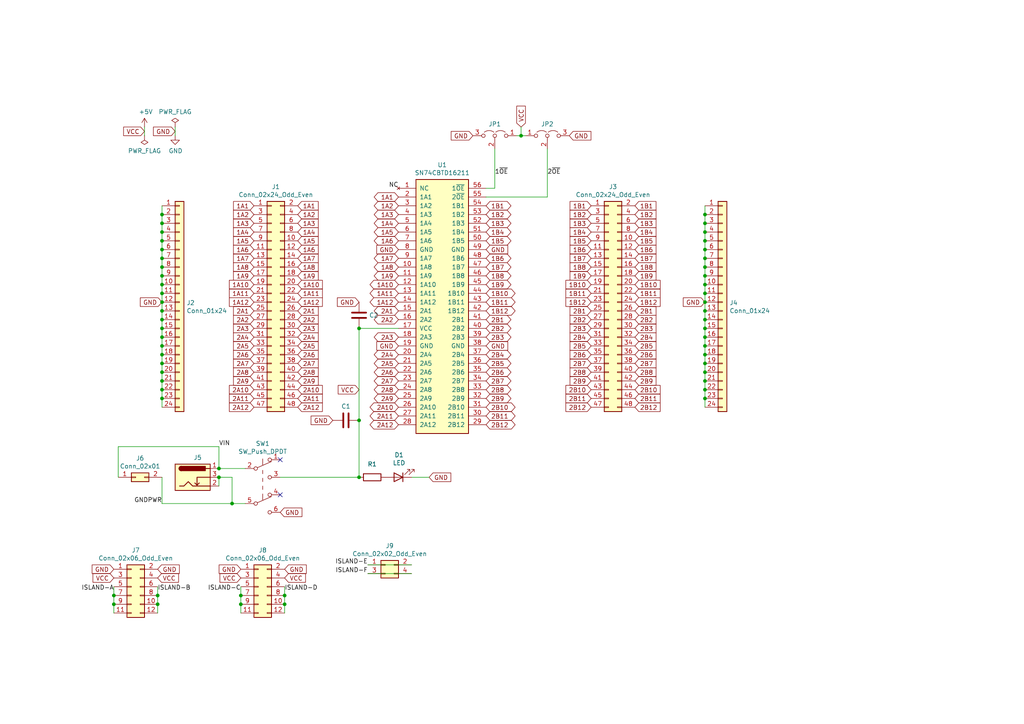
<source format=kicad_sch>
(kicad_sch (version 20230121) (generator eeschema)
  (paper "A4")
  (lib_symbols
    (symbol "Connector:Barrel_Jack_Switch" (pin_names hide)
      (property "Reference" "J" (at 0 5.334 0))
      (property "Value" "Barrel_Jack_Switch" (at 0 -5.08 0))
      (symbol "Barrel_Jack_Switch_1_1"
        (pin passive line (at 7.62 2.54 180) (length 2.54) (name "~") (number "1"))
        (pin passive line (at 7.62 -2.54 180) (length 2.54) (name "~") (number "2"))
        (pin passive line (at 7.62 0 180) (length 2.54) (name "~") (number "3"))
      )
    )
    (symbol "Connector_Generic:Conn_01x24" (pin_names (offset 1.016) hide)
      (property "Reference" "J" (at 0 30.48 0))
      (property "Value" "Conn_01x24" (at 0 -33.02 0))
      (symbol "Conn_01x24_1_1"
        (pin passive line (at -5.08 27.94 0) (length 3.81) (name "Pin_1") (number "1"))
        (pin passive line (at -5.08 5.08 0) (length 3.81) (name "Pin_10") (number "10"))
        (pin passive line (at -5.08 2.54 0) (length 3.81) (name "Pin_11") (number "11"))
        (pin passive line (at -5.08 0 0) (length 3.81) (name "Pin_12") (number "12"))
        (pin passive line (at -5.08 -2.54 0) (length 3.81) (name "Pin_13") (number "13"))
        (pin passive line (at -5.08 -5.08 0) (length 3.81) (name "Pin_14") (number "14"))
        (pin passive line (at -5.08 -7.62 0) (length 3.81) (name "Pin_15") (number "15"))
        (pin passive line (at -5.08 -10.16 0) (length 3.81) (name "Pin_16") (number "16"))
        (pin passive line (at -5.08 -12.7 0) (length 3.81) (name "Pin_17") (number "17"))
        (pin passive line (at -5.08 -15.24 0) (length 3.81) (name "Pin_18") (number "18"))
        (pin passive line (at -5.08 -17.78 0) (length 3.81) (name "Pin_19") (number "19"))
        (pin passive line (at -5.08 25.4 0) (length 3.81) (name "Pin_2") (number "2"))
        (pin passive line (at -5.08 -20.32 0) (length 3.81) (name "Pin_20") (number "20"))
        (pin passive line (at -5.08 -22.86 0) (length 3.81) (name "Pin_21") (number "21"))
        (pin passive line (at -5.08 -25.4 0) (length 3.81) (name "Pin_22") (number "22"))
        (pin passive line (at -5.08 -27.94 0) (length 3.81) (name "Pin_23") (number "23"))
        (pin passive line (at -5.08 -30.48 0) (length 3.81) (name "Pin_24") (number "24"))
        (pin passive line (at -5.08 22.86 0) (length 3.81) (name "Pin_3") (number "3"))
        (pin passive line (at -5.08 20.32 0) (length 3.81) (name "Pin_4") (number "4"))
        (pin passive line (at -5.08 17.78 0) (length 3.81) (name "Pin_5") (number "5"))
        (pin passive line (at -5.08 15.24 0) (length 3.81) (name "Pin_6") (number "6"))
        (pin passive line (at -5.08 12.7 0) (length 3.81) (name "Pin_7") (number "7"))
        (pin passive line (at -5.08 10.16 0) (length 3.81) (name "Pin_8") (number "8"))
        (pin passive line (at -5.08 7.62 0) (length 3.81) (name "Pin_9") (number "9"))
      )
    )
    (symbol "Connector_Generic:Conn_02x01" (pin_names (offset 1.016) hide)
      (property "Reference" "J" (at 1.27 2.54 0))
      (property "Value" "Conn_02x01" (at 1.27 -2.54 0))
      (symbol "Conn_02x01_1_1"
        (pin passive line (at -5.08 0 0) (length 3.81) (name "Pin_1") (number "1"))
        (pin passive line (at 7.62 0 180) (length 3.81) (name "Pin_2") (number "2"))
      )
    )
    (symbol "Connector_Generic:Conn_02x02_Odd_Even" (pin_names (offset 1.016) hide)
      (property "Reference" "J" (at 1.27 2.54 0))
      (property "Value" "Conn_02x02_Odd_Even" (at 1.27 -5.08 0))
      (symbol "Conn_02x02_Odd_Even_1_1"
        (pin passive line (at -5.08 0 0) (length 3.81) (name "Pin_1") (number "1"))
        (pin passive line (at 7.62 0 180) (length 3.81) (name "Pin_2") (number "2"))
        (pin passive line (at -5.08 -2.54 0) (length 3.81) (name "Pin_3") (number "3"))
        (pin passive line (at 7.62 -2.54 180) (length 3.81) (name "Pin_4") (number "4"))
      )
    )
    (symbol "Connector_Generic:Conn_02x06_Odd_Even" (pin_names (offset 1.016) hide)
      (property "Reference" "J" (at 1.27 7.62 0))
      (property "Value" "Conn_02x06_Odd_Even" (at 1.27 -10.16 0))
      (symbol "Conn_02x06_Odd_Even_1_1"
        (pin passive line (at -5.08 5.08 0) (length 3.81) (name "Pin_1") (number "1"))
        (pin passive line (at 7.62 -5.08 180) (length 3.81) (name "Pin_10") (number "10"))
        (pin passive line (at -5.08 -7.62 0) (length 3.81) (name "Pin_11") (number "11"))
        (pin passive line (at 7.62 -7.62 180) (length 3.81) (name "Pin_12") (number "12"))
        (pin passive line (at 7.62 5.08 180) (length 3.81) (name "Pin_2") (number "2"))
        (pin passive line (at -5.08 2.54 0) (length 3.81) (name "Pin_3") (number "3"))
        (pin passive line (at 7.62 2.54 180) (length 3.81) (name "Pin_4") (number "4"))
        (pin passive line (at -5.08 0 0) (length 3.81) (name "Pin_5") (number "5"))
        (pin passive line (at 7.62 0 180) (length 3.81) (name "Pin_6") (number "6"))
        (pin passive line (at -5.08 -2.54 0) (length 3.81) (name "Pin_7") (number "7"))
        (pin passive line (at 7.62 -2.54 180) (length 3.81) (name "Pin_8") (number "8"))
        (pin passive line (at -5.08 -5.08 0) (length 3.81) (name "Pin_9") (number "9"))
      )
    )
    (symbol "Connector_Generic:Conn_02x24_Odd_Even" (pin_names (offset 1.016) hide)
      (property "Reference" "J" (at 1.27 30.48 0))
      (property "Value" "Conn_02x24_Odd_Even" (at 1.27 -33.02 0))
      (symbol "Conn_02x24_Odd_Even_1_1"
        (pin passive line (at -5.08 27.94 0) (length 3.81) (name "Pin_1") (number "1"))
        (pin passive line (at 7.62 17.78 180) (length 3.81) (name "Pin_10") (number "10"))
        (pin passive line (at -5.08 15.24 0) (length 3.81) (name "Pin_11") (number "11"))
        (pin passive line (at 7.62 15.24 180) (length 3.81) (name "Pin_12") (number "12"))
        (pin passive line (at -5.08 12.7 0) (length 3.81) (name "Pin_13") (number "13"))
        (pin passive line (at 7.62 12.7 180) (length 3.81) (name "Pin_14") (number "14"))
        (pin passive line (at -5.08 10.16 0) (length 3.81) (name "Pin_15") (number "15"))
        (pin passive line (at 7.62 10.16 180) (length 3.81) (name "Pin_16") (number "16"))
        (pin passive line (at -5.08 7.62 0) (length 3.81) (name "Pin_17") (number "17"))
        (pin passive line (at 7.62 7.62 180) (length 3.81) (name "Pin_18") (number "18"))
        (pin passive line (at -5.08 5.08 0) (length 3.81) (name "Pin_19") (number "19"))
        (pin passive line (at 7.62 27.94 180) (length 3.81) (name "Pin_2") (number "2"))
        (pin passive line (at 7.62 5.08 180) (length 3.81) (name "Pin_20") (number "20"))
        (pin passive line (at -5.08 2.54 0) (length 3.81) (name "Pin_21") (number "21"))
        (pin passive line (at 7.62 2.54 180) (length 3.81) (name "Pin_22") (number "22"))
        (pin passive line (at -5.08 0 0) (length 3.81) (name "Pin_23") (number "23"))
        (pin passive line (at 7.62 0 180) (length 3.81) (name "Pin_24") (number "24"))
        (pin passive line (at -5.08 -2.54 0) (length 3.81) (name "Pin_25") (number "25"))
        (pin passive line (at 7.62 -2.54 180) (length 3.81) (name "Pin_26") (number "26"))
        (pin passive line (at -5.08 -5.08 0) (length 3.81) (name "Pin_27") (number "27"))
        (pin passive line (at 7.62 -5.08 180) (length 3.81) (name "Pin_28") (number "28"))
        (pin passive line (at -5.08 -7.62 0) (length 3.81) (name "Pin_29") (number "29"))
        (pin passive line (at -5.08 25.4 0) (length 3.81) (name "Pin_3") (number "3"))
        (pin passive line (at 7.62 -7.62 180) (length 3.81) (name "Pin_30") (number "30"))
        (pin passive line (at -5.08 -10.16 0) (length 3.81) (name "Pin_31") (number "31"))
        (pin passive line (at 7.62 -10.16 180) (length 3.81) (name "Pin_32") (number "32"))
        (pin passive line (at -5.08 -12.7 0) (length 3.81) (name "Pin_33") (number "33"))
        (pin passive line (at 7.62 -12.7 180) (length 3.81) (name "Pin_34") (number "34"))
        (pin passive line (at -5.08 -15.24 0) (length 3.81) (name "Pin_35") (number "35"))
        (pin passive line (at 7.62 -15.24 180) (length 3.81) (name "Pin_36") (number "36"))
        (pin passive line (at -5.08 -17.78 0) (length 3.81) (name "Pin_37") (number "37"))
        (pin passive line (at 7.62 -17.78 180) (length 3.81) (name "Pin_38") (number "38"))
        (pin passive line (at -5.08 -20.32 0) (length 3.81) (name "Pin_39") (number "39"))
        (pin passive line (at 7.62 25.4 180) (length 3.81) (name "Pin_4") (number "4"))
        (pin passive line (at 7.62 -20.32 180) (length 3.81) (name "Pin_40") (number "40"))
        (pin passive line (at -5.08 -22.86 0) (length 3.81) (name "Pin_41") (number "41"))
        (pin passive line (at 7.62 -22.86 180) (length 3.81) (name "Pin_42") (number "42"))
        (pin passive line (at -5.08 -25.4 0) (length 3.81) (name "Pin_43") (number "43"))
        (pin passive line (at 7.62 -25.4 180) (length 3.81) (name "Pin_44") (number "44"))
        (pin passive line (at -5.08 -27.94 0) (length 3.81) (name "Pin_45") (number "45"))
        (pin passive line (at 7.62 -27.94 180) (length 3.81) (name "Pin_46") (number "46"))
        (pin passive line (at -5.08 -30.48 0) (length 3.81) (name "Pin_47") (number "47"))
        (pin passive line (at 7.62 -30.48 180) (length 3.81) (name "Pin_48") (number "48"))
        (pin passive line (at -5.08 22.86 0) (length 3.81) (name "Pin_5") (number "5"))
        (pin passive line (at 7.62 22.86 180) (length 3.81) (name "Pin_6") (number "6"))
        (pin passive line (at -5.08 20.32 0) (length 3.81) (name "Pin_7") (number "7"))
        (pin passive line (at 7.62 20.32 180) (length 3.81) (name "Pin_8") (number "8"))
        (pin passive line (at -5.08 17.78 0) (length 3.81) (name "Pin_9") (number "9"))
      )
    )
    (symbol "Device:C" (pin_numbers hide) (pin_names (offset 0.254))
      (property "Reference" "C" (at 0.635 2.54 0))
      (property "Value" "C" (at 0.635 -2.54 0))
      (symbol "C_1_1"
        (pin passive line (at 0 3.81 270) (length 2.794) (name "~") (number "1"))
        (pin passive line (at 0 -3.81 90) (length 2.794) (name "~") (number "2"))
      )
    )
    (symbol "Device:LED" (pin_numbers hide) (pin_names (offset 1.016) hide)
      (property "Reference" "D" (at 0 2.54 0))
      (property "Value" "LED" (at 0 -2.54 0))
      (symbol "LED_1_1"
        (pin passive line (at -3.81 0 0) (length 2.54) (name "K") (number "1"))
        (pin passive line (at 3.81 0 180) (length 2.54) (name "A") (number "2"))
      )
    )
    (symbol "Device:R" (pin_numbers hide) (pin_names (offset 0))
      (property "Reference" "R" (at 2.032 0 90))
      (property "Value" "R" (at 0 0 90))
      (symbol "R_1_1"
        (pin passive line (at 0 3.81 270) (length 1.27) (name "~") (number "1"))
        (pin passive line (at 0 -3.81 90) (length 1.27) (name "~") (number "2"))
      )
    )
    (symbol "Jumper:Jumper_3_Open" (pin_names (offset 0) hide)
      (property "Reference" "JP" (at -2.54 -2.54 0))
      (property "Value" "Jumper_3_Open" (at 0 2.794 0))
      (symbol "Jumper_3_Open_1_1"
        (pin passive line (at -6.35 0 0) (length 2.54) (name "A") (number "1"))
        (pin passive line (at 0 -3.81 90) (length 2.54) (name "C") (number "2"))
        (pin passive line (at 6.35 0 180) (length 2.54) (name "B") (number "3"))
      )
    )
    (symbol "LLCB:SN74CBTD16211" (pin_names (offset 1.016))
      (property "Reference" "U" (at 0 20.32 0))
      (property "Value" "SN74CBTD16211" (at 0 -40.64 0))
      (symbol "SN74CBTD16211_1_0"
        (pin no_connect line (at -12.7 33.02 0) (length 5.08) (name "NC") (number "1"))
        (pin bidirectional line (at -12.7 10.16 0) (length 5.08) (name "1A8") (number "10"))
        (pin bidirectional line (at -12.7 7.62 0) (length 5.08) (name "1A9") (number "11"))
        (pin power_in line (at -12.7 -7.62 0) (length 5.08) (name "VCC") (number "17"))
        (pin bidirectional line (at -12.7 30.48 0) (length 5.08) (name "1A1") (number "2"))
        (pin bidirectional line (at -12.7 27.94 0) (length 5.08) (name "1A2") (number "3"))
        (pin bidirectional line (at -12.7 25.4 0) (length 5.08) (name "1A3") (number "4"))
        (pin bidirectional line (at 12.7 2.54 180) (length 5.08) (name "1B10") (number "44"))
        (pin bidirectional line (at 12.7 5.08 180) (length 5.08) (name "1B9") (number "45"))
        (pin bidirectional line (at 12.7 7.62 180) (length 5.08) (name "1B8") (number "46"))
        (pin bidirectional line (at 12.7 10.16 180) (length 5.08) (name "1B7") (number "47"))
        (pin bidirectional line (at 12.7 12.7 180) (length 5.08) (name "1B6") (number "48"))
        (pin bidirectional line (at -12.7 22.86 0) (length 5.08) (name "1A4") (number "5"))
        (pin bidirectional line (at 12.7 17.78 180) (length 5.08) (name "1B5") (number "50"))
        (pin bidirectional line (at 12.7 20.32 180) (length 5.08) (name "1B4") (number "51"))
        (pin bidirectional line (at 12.7 22.86 180) (length 5.08) (name "1B3") (number "52"))
        (pin bidirectional line (at 12.7 25.4 180) (length 5.08) (name "1B2") (number "53"))
        (pin bidirectional line (at 12.7 27.94 180) (length 5.08) (name "1B1") (number "54"))
        (pin input line (at 12.7 33.02 180) (length 5.08) (name "1~{OE}") (number "56"))
        (pin bidirectional line (at -12.7 20.32 0) (length 5.08) (name "1A5") (number "6"))
        (pin bidirectional line (at -12.7 17.78 0) (length 5.08) (name "1A6") (number "7"))
        (pin power_in line (at -12.7 15.24 0) (length 5.08) (name "GND") (number "8"))
        (pin bidirectional line (at -12.7 12.7 0) (length 5.08) (name "1A7") (number "9"))
      )
      (symbol "SN74CBTD16211_1_1"
        (pin bidirectional line (at -12.7 5.08 0) (length 5.08) (name "1A10") (number "12"))
        (pin bidirectional line (at -12.7 2.54 0) (length 5.08) (name "1A11") (number "13"))
        (pin bidirectional line (at -12.7 0 0) (length 5.08) (name "1A12") (number "14"))
        (pin bidirectional line (at -12.7 -2.54 0) (length 5.08) (name "2A1") (number "15"))
        (pin bidirectional line (at -12.7 -5.08 0) (length 5.08) (name "2A2") (number "16"))
        (pin bidirectional line (at -12.7 -10.16 0) (length 5.08) (name "2A3") (number "18"))
        (pin power_in line (at -12.7 -12.7 0) (length 5.08) (name "GND") (number "19"))
        (pin bidirectional line (at -12.7 -15.24 0) (length 5.08) (name "2A4") (number "20"))
        (pin bidirectional line (at -12.7 -17.78 0) (length 5.08) (name "2A5") (number "21"))
        (pin bidirectional line (at -12.7 -20.32 0) (length 5.08) (name "2A6") (number "22"))
        (pin bidirectional line (at -12.7 -22.86 0) (length 5.08) (name "2A7") (number "23"))
        (pin bidirectional line (at -12.7 -25.4 0) (length 5.08) (name "2A8") (number "24"))
        (pin bidirectional line (at -12.7 -27.94 0) (length 5.08) (name "2A9") (number "25"))
        (pin bidirectional line (at -12.7 -30.48 0) (length 5.08) (name "2A10") (number "26"))
        (pin bidirectional line (at -12.7 -33.02 0) (length 5.08) (name "2A11") (number "27"))
        (pin bidirectional line (at -12.7 -35.56 0) (length 5.08) (name "2A12") (number "28"))
        (pin bidirectional line (at 12.7 -35.56 180) (length 5.08) (name "2B12") (number "29"))
        (pin bidirectional line (at 12.7 -33.02 180) (length 5.08) (name "2B11") (number "30"))
        (pin bidirectional line (at 12.7 -30.48 180) (length 5.08) (name "2B10") (number "31"))
        (pin bidirectional line (at 12.7 -27.94 180) (length 5.08) (name "2B9") (number "32"))
        (pin bidirectional line (at 12.7 -25.4 180) (length 5.08) (name "2B8") (number "33"))
        (pin bidirectional line (at 12.7 -22.86 180) (length 5.08) (name "2B7") (number "34"))
        (pin bidirectional line (at 12.7 -20.32 180) (length 5.08) (name "2B6") (number "35"))
        (pin bidirectional line (at 12.7 -17.78 180) (length 5.08) (name "2B5") (number "36"))
        (pin bidirectional line (at 12.7 -15.24 180) (length 5.08) (name "2B4") (number "37"))
        (pin power_in line (at 12.7 -12.7 180) (length 5.08) (name "GND") (number "38"))
        (pin bidirectional line (at 12.7 -10.16 180) (length 5.08) (name "2B3") (number "39"))
        (pin bidirectional line (at 12.7 -7.62 180) (length 5.08) (name "2B2") (number "40"))
        (pin bidirectional line (at 12.7 -5.08 180) (length 5.08) (name "2B1") (number "41"))
        (pin bidirectional line (at 12.7 -2.54 180) (length 5.08) (name "1B12") (number "42"))
        (pin bidirectional line (at 12.7 0 180) (length 5.08) (name "1B11") (number "43"))
        (pin power_in line (at 12.7 15.24 180) (length 5.08) (name "GND") (number "49"))
        (pin input line (at 12.7 30.48 180) (length 5.08) (name "2~{OE}") (number "55"))
      )
    )
    (symbol "Switch:SW_Push_DPDT" (pin_names (offset 0) hide)
      (property "Reference" "SW" (at 0 8.89 0))
      (property "Value" "SW_Push_DPDT" (at 0 -10.16 0))
      (symbol "SW_Push_DPDT_1_1"
        (pin passive line (at 5.08 7.62 180) (length 2.54) (name "A") (number "1"))
        (pin passive line (at -5.08 5.08 0) (length 2.54) (name "B") (number "2"))
        (pin passive line (at 5.08 2.54 180) (length 2.54) (name "C") (number "3"))
        (pin passive line (at 5.08 -2.54 180) (length 2.54) (name "A") (number "4"))
        (pin passive line (at -5.08 -5.08 0) (length 2.54) (name "B") (number "5"))
        (pin passive line (at 5.08 -7.62 180) (length 2.54) (name "C") (number "6"))
      )
    )
    (symbol "power:+5V" (power) (pin_names (offset 0))
      (property "Value" "+5V" (at 0 3.556 0))
      (symbol "+5V_1_1"
        (pin power_in line (at 0 0 90) (length 0) hide (name "+5V") (number "1"))
      )
    )
    (symbol "power:GND" (power) (pin_names (offset 0))
      (property "Value" "GND" (at 0 -3.81 0))
      (symbol "GND_1_1"
        (pin power_in line (at 0 0 270) (length 0) hide (name "GND") (number "1"))
      )
    )
    (symbol "power:PWR_FLAG" (power) (pin_numbers hide) (pin_names (offset 0) hide)
      (property "Value" "PWR_FLAG" (at 0 3.81 0))
      (symbol "PWR_FLAG_0_0"
        (pin power_out line (at 0 0 90) (length 0) (name "pwr") (number "1"))
      )
    )
  )
  (junction (at 63.5 135.89))
  (junction (at 204.47 72.39))
  (junction (at 46.99 102.87))
  (junction (at 46.99 113.03))
  (junction (at 204.47 64.77))
  (junction (at 46.99 110.49))
  (junction (at 151.13 39.37))
  (junction (at 104.14 95.25))
  (junction (at 204.47 82.55))
  (junction (at 204.47 87.63))
  (junction (at 204.47 97.79))
  (junction (at 46.99 90.17))
  (junction (at 46.99 82.55))
  (junction (at 45.72 175.26))
  (junction (at 104.14 138.43))
  (junction (at 67.31 146.05))
  (junction (at 204.47 69.85))
  (junction (at 204.47 74.93))
  (junction (at 46.99 64.77))
  (junction (at 46.99 92.71))
  (junction (at 204.47 95.25))
  (junction (at 33.02 172.72))
  (junction (at 82.55 175.26))
  (junction (at 204.47 110.49))
  (junction (at 46.99 105.41))
  (junction (at 204.47 80.01))
  (junction (at 104.14 121.92))
  (junction (at 46.99 77.47))
  (junction (at 46.99 95.25))
  (junction (at 46.99 115.57))
  (junction (at 204.47 113.03))
  (junction (at 204.47 62.23))
  (junction (at 33.02 175.26))
  (junction (at 46.99 80.01))
  (junction (at 46.99 74.93))
  (junction (at 204.47 107.95))
  (junction (at 204.47 105.41))
  (junction (at 46.99 97.79))
  (junction (at 69.85 172.72))
  (junction (at 204.47 67.31))
  (junction (at 204.47 100.33))
  (junction (at 45.72 172.72))
  (junction (at 46.99 85.09))
  (junction (at 46.99 69.85))
  (junction (at 46.99 100.33))
  (junction (at 204.47 92.71))
  (junction (at 46.99 87.63))
  (junction (at 63.5 138.43))
  (junction (at 204.47 77.47))
  (junction (at 204.47 85.09))
  (junction (at 46.99 67.31))
  (junction (at 46.99 107.95))
  (junction (at 204.47 115.57))
  (junction (at 204.47 102.87))
  (junction (at 82.55 172.72))
  (junction (at 46.99 72.39))
  (junction (at 69.85 175.26))
  (junction (at 46.99 62.23))
  (junction (at 204.47 90.17))
  (no_connect (at 81.28 143.51))
  (no_connect (at 81.28 133.35))
  (wire (pts (xy 104.14 121.92) (xy 104.14 95.25)))
  (wire (pts (xy 46.99 85.09) (xy 46.99 87.63)))
  (wire (pts (xy 204.47 95.25) (xy 204.47 97.79)))
  (wire (pts (xy 34.29 129.54) (xy 63.5 129.54)))
  (wire (pts (xy 46.99 59.69) (xy 46.99 62.23)))
  (wire (pts (xy 204.47 87.63) (xy 204.47 90.17)))
  (wire (pts (xy 46.99 115.57) (xy 46.99 118.11)))
  (wire (pts (xy 67.31 146.05) (xy 71.12 146.05)))
  (wire (pts (xy 46.99 72.39) (xy 46.99 74.93)))
  (wire (pts (xy 46.99 102.87) (xy 46.99 105.41)))
  (wire (pts (xy 46.99 90.17) (xy 46.99 92.71)))
  (wire (pts (xy 46.99 69.85) (xy 46.99 72.39)))
  (wire (pts (xy 140.97 57.15) (xy 158.75 57.15)))
  (wire (pts (xy 46.99 97.79) (xy 46.99 100.33)))
  (wire (pts (xy 204.47 72.39) (xy 204.47 74.93)))
  (wire (pts (xy 41.91 39.37) (xy 41.91 36.83)))
  (wire (pts (xy 63.5 135.89) (xy 71.12 135.89)))
  (wire (pts (xy 46.99 62.23) (xy 46.99 64.77)))
  (wire (pts (xy 46.99 82.55) (xy 46.99 85.09)))
  (wire (pts (xy 46.99 64.77) (xy 46.99 67.31)))
  (wire (pts (xy 46.99 87.63) (xy 46.99 90.17)))
  (wire (pts (xy 82.55 170.18) (xy 82.55 172.72)))
  (wire (pts (xy 204.47 105.41) (xy 204.47 107.95)))
  (wire (pts (xy 104.14 95.25) (xy 115.57 95.25)))
  (wire (pts (xy 63.5 129.54) (xy 63.5 135.89)))
  (wire (pts (xy 143.51 54.61) (xy 140.97 54.61)))
  (wire (pts (xy 46.99 77.47) (xy 46.99 80.01)))
  (wire (pts (xy 46.99 138.43) (xy 46.99 146.05)))
  (wire (pts (xy 69.85 175.26) (xy 69.85 177.8)))
  (wire (pts (xy 119.38 138.43) (xy 124.46 138.43)))
  (wire (pts (xy 106.68 166.37) (xy 119.38 166.37)))
  (wire (pts (xy 204.47 59.69) (xy 204.47 62.23)))
  (wire (pts (xy 46.99 107.95) (xy 46.99 110.49)))
  (wire (pts (xy 204.47 110.49) (xy 204.47 113.03)))
  (wire (pts (xy 104.14 121.92) (xy 104.14 138.43)))
  (wire (pts (xy 204.47 102.87) (xy 204.47 105.41)))
  (wire (pts (xy 67.31 138.43) (xy 67.31 146.05)))
  (wire (pts (xy 82.55 175.26) (xy 82.55 177.8)))
  (wire (pts (xy 204.47 77.47) (xy 204.47 80.01)))
  (wire (pts (xy 204.47 67.31) (xy 204.47 69.85)))
  (wire (pts (xy 63.5 138.43) (xy 67.31 138.43)))
  (wire (pts (xy 46.99 146.05) (xy 67.31 146.05)))
  (wire (pts (xy 204.47 62.23) (xy 204.47 64.77)))
  (wire (pts (xy 46.99 67.31) (xy 46.99 69.85)))
  (wire (pts (xy 204.47 100.33) (xy 204.47 102.87)))
  (wire (pts (xy 204.47 113.03) (xy 204.47 115.57)))
  (wire (pts (xy 34.29 138.43) (xy 34.29 129.54)))
  (wire (pts (xy 45.72 170.18) (xy 45.72 172.72)))
  (wire (pts (xy 33.02 175.26) (xy 33.02 172.72)))
  (wire (pts (xy 33.02 170.18) (xy 33.02 172.72)))
  (wire (pts (xy 204.47 69.85) (xy 204.47 72.39)))
  (wire (pts (xy 46.99 105.41) (xy 46.99 107.95)))
  (wire (pts (xy 204.47 80.01) (xy 204.47 82.55)))
  (wire (pts (xy 33.02 177.8) (xy 33.02 175.26)))
  (wire (pts (xy 82.55 172.72) (xy 82.55 175.26)))
  (wire (pts (xy 46.99 95.25) (xy 46.99 97.79)))
  (wire (pts (xy 69.85 172.72) (xy 69.85 175.26)))
  (wire (pts (xy 158.75 57.15) (xy 158.75 43.18)))
  (wire (pts (xy 204.47 90.17) (xy 204.47 92.71)))
  (wire (pts (xy 143.51 43.18) (xy 143.51 54.61)))
  (wire (pts (xy 46.99 92.71) (xy 46.99 95.25)))
  (wire (pts (xy 204.47 115.57) (xy 204.47 118.11)))
  (wire (pts (xy 106.68 163.83) (xy 119.38 163.83)))
  (wire (pts (xy 46.99 74.93) (xy 46.99 77.47)))
  (wire (pts (xy 46.99 80.01) (xy 46.99 82.55)))
  (wire (pts (xy 69.85 170.18) (xy 69.85 172.72)))
  (wire (pts (xy 46.99 113.03) (xy 46.99 115.57)))
  (wire (pts (xy 46.99 100.33) (xy 46.99 102.87)))
  (wire (pts (xy 204.47 92.71) (xy 204.47 95.25)))
  (wire (pts (xy 204.47 82.55) (xy 204.47 85.09)))
  (wire (pts (xy 204.47 74.93) (xy 204.47 77.47)))
  (wire (pts (xy 204.47 97.79) (xy 204.47 100.33)))
  (wire (pts (xy 50.8 36.83) (xy 50.8 39.37)))
  (wire (pts (xy 45.72 175.26) (xy 45.72 172.72)))
  (wire (pts (xy 204.47 85.09) (xy 204.47 87.63)))
  (wire (pts (xy 204.47 64.77) (xy 204.47 67.31)))
  (wire (pts (xy 45.72 177.8) (xy 45.72 175.26)))
  (wire (pts (xy 46.99 110.49) (xy 46.99 113.03)))
  (wire (pts (xy 104.14 138.43) (xy 81.28 138.43)))
  (wire (pts (xy 151.13 39.37) (xy 152.4 39.37)))
  (wire (pts (xy 204.47 107.95) (xy 204.47 110.49)))
  (wire (pts (xy 63.5 138.43) (xy 63.5 140.97)))
  (wire (pts (xy 151.13 36.83) (xy 151.13 39.37)))
  (wire (pts (xy 149.86 39.37) (xy 151.13 39.37)))
  (label "NC" (at 115.57 54.61 180))
  (label "VIN" (at 63.5 129.54 0))
  (label "ISLAND-A" (at 33.02 171.45 180))
  (label "2~{OE}" (at 158.75 50.8 0))
  (label "1~{OE}" (at 143.51 50.8 0))
  (label "ISLAND-E" (at 106.68 163.83 180))
  (label "ISLAND-C" (at 69.85 171.45 180))
  (label "GNDPWR" (at 46.99 146.05 180))
  (label "ISLAND-D" (at 82.55 171.45 0))
  (label "ISLAND-B" (at 45.72 171.45 0))
  (label "ISLAND-F" (at 106.68 166.37 180))
  (global_label "GND" (shape input) (at 115.57 100.33 180) (property "Intersheetrefs" "${INTERSHEET_REFS}" (effects hide)))
  (global_label "2B9" (shape input) (at 171.45 110.49 180) (property "Intersheetrefs" "${INTERSHEET_REFS}" (effects hide)))
  (global_label "1A12" (shape input) (at 86.36 87.63 0) (property "Intersheetrefs" "${INTERSHEET_REFS}" (effects hide)))
  (global_label "1A5" (shape bidirectional) (at 115.57 67.31 180) (property "Intersheetrefs" "${INTERSHEET_REFS}" (effects hide)))
  (global_label "1A10" (shape input) (at 73.66 82.55 180) (property "Intersheetrefs" "${INTERSHEET_REFS}" (effects hide)))
  (global_label "2A10" (shape bidirectional) (at 115.57 118.11 180) (property "Intersheetrefs" "${INTERSHEET_REFS}" (effects hide)))
  (global_label "1A5" (shape input) (at 86.36 69.85 0) (property "Intersheetrefs" "${INTERSHEET_REFS}" (effects hide)))
  (global_label "VCC" (shape input) (at 82.55 167.64 0) (property "Intersheetrefs" "${INTERSHEET_REFS}" (effects hide)))
  (global_label "1A8" (shape input) (at 86.36 77.47 0) (property "Intersheetrefs" "${INTERSHEET_REFS}" (effects hide)))
  (global_label "GND" (shape input) (at 82.55 165.1 0) (property "Intersheetrefs" "${INTERSHEET_REFS}" (effects hide)))
  (global_label "2B4" (shape bidirectional) (at 140.97 102.87 0) (property "Intersheetrefs" "${INTERSHEET_REFS}" (effects hide)))
  (global_label "1B5" (shape input) (at 171.45 69.85 180) (property "Intersheetrefs" "${INTERSHEET_REFS}" (effects hide)))
  (global_label "2B2" (shape input) (at 184.15 92.71 0) (property "Intersheetrefs" "${INTERSHEET_REFS}" (effects hide)))
  (global_label "2A2" (shape bidirectional) (at 115.57 92.71 180) (property "Intersheetrefs" "${INTERSHEET_REFS}" (effects hide)))
  (global_label "1B9" (shape input) (at 171.45 80.01 180) (property "Intersheetrefs" "${INTERSHEET_REFS}" (effects hide)))
  (global_label "1B3" (shape bidirectional) (at 140.97 64.77 0) (property "Intersheetrefs" "${INTERSHEET_REFS}" (effects hide)))
  (global_label "GND" (shape input) (at 165.1 39.37 0) (property "Intersheetrefs" "${INTERSHEET_REFS}" (effects hide)))
  (global_label "1A11" (shape input) (at 86.36 85.09 0) (property "Intersheetrefs" "${INTERSHEET_REFS}" (effects hide)))
  (global_label "1B12" (shape bidirectional) (at 140.97 90.17 0) (property "Intersheetrefs" "${INTERSHEET_REFS}" (effects hide)))
  (global_label "1B12" (shape input) (at 171.45 87.63 180) (property "Intersheetrefs" "${INTERSHEET_REFS}" (effects hide)))
  (global_label "1A1" (shape bidirectional) (at 115.57 57.15 180) (property "Intersheetrefs" "${INTERSHEET_REFS}" (effects hide)))
  (global_label "1A1" (shape input) (at 73.66 59.69 180) (property "Intersheetrefs" "${INTERSHEET_REFS}" (effects hide)))
  (global_label "1B12" (shape input) (at 184.15 87.63 0) (property "Intersheetrefs" "${INTERSHEET_REFS}" (effects hide)))
  (global_label "VCC" (shape input) (at 45.72 167.64 0) (property "Intersheetrefs" "${INTERSHEET_REFS}" (effects hide)))
  (global_label "2B8" (shape input) (at 171.45 107.95 180) (property "Intersheetrefs" "${INTERSHEET_REFS}" (effects hide)))
  (global_label "2B6" (shape input) (at 184.15 102.87 0) (property "Intersheetrefs" "${INTERSHEET_REFS}" (effects hide)))
  (global_label "1B8" (shape input) (at 184.15 77.47 0) (property "Intersheetrefs" "${INTERSHEET_REFS}" (effects hide)))
  (global_label "GND" (shape input) (at 33.02 165.1 180) (property "Intersheetrefs" "${INTERSHEET_REFS}" (effects hide)))
  (global_label "2A1" (shape bidirectional) (at 115.57 90.17 180) (property "Intersheetrefs" "${INTERSHEET_REFS}" (effects hide)))
  (global_label "2A8" (shape input) (at 73.66 107.95 180) (property "Intersheetrefs" "${INTERSHEET_REFS}" (effects hide)))
  (global_label "1B5" (shape input) (at 184.15 69.85 0) (property "Intersheetrefs" "${INTERSHEET_REFS}" (effects hide)))
  (global_label "2A8" (shape input) (at 86.36 107.95 0) (property "Intersheetrefs" "${INTERSHEET_REFS}" (effects hide)))
  (global_label "2A2" (shape input) (at 86.36 92.71 0) (property "Intersheetrefs" "${INTERSHEET_REFS}" (effects hide)))
  (global_label "2B11" (shape bidirectional) (at 140.97 120.65 0) (property "Intersheetrefs" "${INTERSHEET_REFS}" (effects hide)))
  (global_label "2B4" (shape input) (at 171.45 97.79 180) (property "Intersheetrefs" "${INTERSHEET_REFS}" (effects hide)))
  (global_label "2B6" (shape bidirectional) (at 140.97 107.95 0) (property "Intersheetrefs" "${INTERSHEET_REFS}" (effects hide)))
  (global_label "1B3" (shape input) (at 171.45 64.77 180) (property "Intersheetrefs" "${INTERSHEET_REFS}" (effects hide)))
  (global_label "2B7" (shape input) (at 184.15 105.41 0) (property "Intersheetrefs" "${INTERSHEET_REFS}" (effects hide)))
  (global_label "1A6" (shape input) (at 73.66 72.39 180) (property "Intersheetrefs" "${INTERSHEET_REFS}" (effects hide)))
  (global_label "2A8" (shape bidirectional) (at 115.57 113.03 180) (property "Intersheetrefs" "${INTERSHEET_REFS}" (effects hide)))
  (global_label "2B7" (shape input) (at 171.45 105.41 180) (property "Intersheetrefs" "${INTERSHEET_REFS}" (effects hide)))
  (global_label "1A5" (shape input) (at 73.66 69.85 180) (property "Intersheetrefs" "${INTERSHEET_REFS}" (effects hide)))
  (global_label "1A3" (shape input) (at 73.66 64.77 180) (property "Intersheetrefs" "${INTERSHEET_REFS}" (effects hide)))
  (global_label "1A2" (shape bidirectional) (at 115.57 59.69 180) (property "Intersheetrefs" "${INTERSHEET_REFS}" (effects hide)))
  (global_label "1B10" (shape input) (at 171.45 82.55 180) (property "Intersheetrefs" "${INTERSHEET_REFS}" (effects hide)))
  (global_label "2B5" (shape bidirectional) (at 140.97 105.41 0) (property "Intersheetrefs" "${INTERSHEET_REFS}" (effects hide)))
  (global_label "GND" (shape input) (at 46.99 87.63 180) (property "Intersheetrefs" "${INTERSHEET_REFS}" (effects hide)))
  (global_label "1B1" (shape bidirectional) (at 140.97 59.69 0) (property "Intersheetrefs" "${INTERSHEET_REFS}" (effects hide)))
  (global_label "GND" (shape input) (at 124.46 138.43 0) (property "Intersheetrefs" "${INTERSHEET_REFS}" (effects hide)))
  (global_label "1B10" (shape input) (at 184.15 82.55 0) (property "Intersheetrefs" "${INTERSHEET_REFS}" (effects hide)))
  (global_label "1A7" (shape input) (at 86.36 74.93 0) (property "Intersheetrefs" "${INTERSHEET_REFS}" (effects hide)))
  (global_label "2A1" (shape input) (at 86.36 90.17 0) (property "Intersheetrefs" "${INTERSHEET_REFS}" (effects hide)))
  (global_label "2A12" (shape bidirectional) (at 115.57 123.19 180) (property "Intersheetrefs" "${INTERSHEET_REFS}" (effects hide)))
  (global_label "2A7" (shape input) (at 73.66 105.41 180) (property "Intersheetrefs" "${INTERSHEET_REFS}" (effects hide)))
  (global_label "1B4" (shape input) (at 171.45 67.31 180) (property "Intersheetrefs" "${INTERSHEET_REFS}" (effects hide)))
  (global_label "VCC" (shape input) (at 33.02 167.64 180) (property "Intersheetrefs" "${INTERSHEET_REFS}" (effects hide)))
  (global_label "1B4" (shape input) (at 184.15 67.31 0) (property "Intersheetrefs" "${INTERSHEET_REFS}" (effects hide)))
  (global_label "1B1" (shape input) (at 171.45 59.69 180) (property "Intersheetrefs" "${INTERSHEET_REFS}" (effects hide)))
  (global_label "1B2" (shape input) (at 184.15 62.23 0) (property "Intersheetrefs" "${INTERSHEET_REFS}" (effects hide)))
  (global_label "2A5" (shape input) (at 86.36 100.33 0) (property "Intersheetrefs" "${INTERSHEET_REFS}" (effects hide)))
  (global_label "1B8" (shape input) (at 171.45 77.47 180) (property "Intersheetrefs" "${INTERSHEET_REFS}" (effects hide)))
  (global_label "1B6" (shape bidirectional) (at 140.97 74.93 0) (property "Intersheetrefs" "${INTERSHEET_REFS}" (effects hide)))
  (global_label "1A9" (shape input) (at 73.66 80.01 180) (property "Intersheetrefs" "${INTERSHEET_REFS}" (effects hide)))
  (global_label "2A6" (shape bidirectional) (at 115.57 107.95 180) (property "Intersheetrefs" "${INTERSHEET_REFS}" (effects hide)))
  (global_label "2A7" (shape input) (at 86.36 105.41 0) (property "Intersheetrefs" "${INTERSHEET_REFS}" (effects hide)))
  (global_label "2B10" (shape input) (at 184.15 113.03 0) (property "Intersheetrefs" "${INTERSHEET_REFS}" (effects hide)))
  (global_label "2B3" (shape bidirectional) (at 140.97 97.79 0) (property "Intersheetrefs" "${INTERSHEET_REFS}" (effects hide)))
  (global_label "2B4" (shape input) (at 184.15 97.79 0) (property "Intersheetrefs" "${INTERSHEET_REFS}" (effects hide)))
  (global_label "1B11" (shape bidirectional) (at 140.97 87.63 0) (property "Intersheetrefs" "${INTERSHEET_REFS}" (effects hide)))
  (global_label "GND" (shape input) (at 140.97 72.39 0) (property "Intersheetrefs" "${INTERSHEET_REFS}" (effects hide)))
  (global_label "VCC" (shape input) (at 69.85 167.64 180) (property "Intersheetrefs" "${INTERSHEET_REFS}" (effects hide)))
  (global_label "1B7" (shape input) (at 171.45 74.93 180) (property "Intersheetrefs" "${INTERSHEET_REFS}" (effects hide)))
  (global_label "1A9" (shape input) (at 86.36 80.01 0) (property "Intersheetrefs" "${INTERSHEET_REFS}" (effects hide)))
  (global_label "1B4" (shape bidirectional) (at 140.97 67.31 0) (property "Intersheetrefs" "${INTERSHEET_REFS}" (effects hide)))
  (global_label "1A9" (shape bidirectional) (at 115.57 80.01 180) (property "Intersheetrefs" "${INTERSHEET_REFS}" (effects hide)))
  (global_label "VCC" (shape input) (at 151.13 36.83 90) (property "Intersheetrefs" "${INTERSHEET_REFS}" (effects hide)))
  (global_label "2B12" (shape input) (at 184.15 118.11 0) (property "Intersheetrefs" "${INTERSHEET_REFS}" (effects hide)))
  (global_label "2A9" (shape input) (at 73.66 110.49 180) (property "Intersheetrefs" "${INTERSHEET_REFS}" (effects hide)))
  (global_label "2B1" (shape input) (at 184.15 90.17 0) (property "Intersheetrefs" "${INTERSHEET_REFS}" (effects hide)))
  (global_label "GND" (shape input) (at 115.57 72.39 180) (property "Intersheetrefs" "${INTERSHEET_REFS}" (effects hide)))
  (global_label "1A3" (shape bidirectional) (at 115.57 62.23 180) (property "Intersheetrefs" "${INTERSHEET_REFS}" (effects hide)))
  (global_label "1B11" (shape input) (at 184.15 85.09 0) (property "Intersheetrefs" "${INTERSHEET_REFS}" (effects hide)))
  (global_label "2A2" (shape input) (at 73.66 92.71 180) (property "Intersheetrefs" "${INTERSHEET_REFS}" (effects hide)))
  (global_label "GND" (shape input) (at 69.85 165.1 180) (property "Intersheetrefs" "${INTERSHEET_REFS}" (effects hide)))
  (global_label "GND" (shape input) (at 104.14 87.63 180) (property "Intersheetrefs" "${INTERSHEET_REFS}" (effects hide)))
  (global_label "1B10" (shape bidirectional) (at 140.97 85.09 0) (property "Intersheetrefs" "${INTERSHEET_REFS}" (effects hide)))
  (global_label "GND" (shape input) (at 137.16 39.37 180) (property "Intersheetrefs" "${INTERSHEET_REFS}" (effects hide)))
  (global_label "1A12" (shape bidirectional) (at 115.57 87.63 180) (property "Intersheetrefs" "${INTERSHEET_REFS}" (effects hide)))
  (global_label "2B10" (shape input) (at 171.45 113.03 180) (property "Intersheetrefs" "${INTERSHEET_REFS}" (effects hide)))
  (global_label "2B2" (shape input) (at 171.45 92.71 180) (property "Intersheetrefs" "${INTERSHEET_REFS}" (effects hide)))
  (global_label "2A6" (shape input) (at 73.66 102.87 180) (property "Intersheetrefs" "${INTERSHEET_REFS}" (effects hide)))
  (global_label "1A4" (shape bidirectional) (at 115.57 64.77 180) (property "Intersheetrefs" "${INTERSHEET_REFS}" (effects hide)))
  (global_label "GND" (shape input) (at 96.52 121.92 180) (property "Intersheetrefs" "${INTERSHEET_REFS}" (effects hide)))
  (global_label "1B6" (shape input) (at 184.15 72.39 0) (property "Intersheetrefs" "${INTERSHEET_REFS}" (effects hide)))
  (global_label "1A8" (shape input) (at 73.66 77.47 180) (property "Intersheetrefs" "${INTERSHEET_REFS}" (effects hide)))
  (global_label "2A11" (shape input) (at 73.66 115.57 180) (property "Intersheetrefs" "${INTERSHEET_REFS}" (effects hide)))
  (global_label "2B7" (shape bidirectional) (at 140.97 110.49 0) (property "Intersheetrefs" "${INTERSHEET_REFS}" (effects hide)))
  (global_label "1B9" (shape bidirectional) (at 140.97 82.55 0) (property "Intersheetrefs" "${INTERSHEET_REFS}" (effects hide)))
  (global_label "2B1" (shape input) (at 171.45 90.17 180) (property "Intersheetrefs" "${INTERSHEET_REFS}" (effects hide)))
  (global_label "2B5" (shape input) (at 184.15 100.33 0) (property "Intersheetrefs" "${INTERSHEET_REFS}" (effects hide)))
  (global_label "1A6" (shape input) (at 86.36 72.39 0) (property "Intersheetrefs" "${INTERSHEET_REFS}" (effects hide)))
  (global_label "1A7" (shape input) (at 73.66 74.93 180) (property "Intersheetrefs" "${INTERSHEET_REFS}" (effects hide)))
  (global_label "2A11" (shape input) (at 86.36 115.57 0) (property "Intersheetrefs" "${INTERSHEET_REFS}" (effects hide)))
  (global_label "2A5" (shape input) (at 73.66 100.33 180) (property "Intersheetrefs" "${INTERSHEET_REFS}" (effects hide)))
  (global_label "2A6" (shape input) (at 86.36 102.87 0) (property "Intersheetrefs" "${INTERSHEET_REFS}" (effects hide)))
  (global_label "2B1" (shape bidirectional) (at 140.97 92.71 0) (property "Intersheetrefs" "${INTERSHEET_REFS}" (effects hide)))
  (global_label "2A1" (shape input) (at 73.66 90.17 180) (property "Intersheetrefs" "${INTERSHEET_REFS}" (effects hide)))
  (global_label "1A11" (shape bidirectional) (at 115.57 85.09 180) (property "Intersheetrefs" "${INTERSHEET_REFS}" (effects hide)))
  (global_label "2B10" (shape bidirectional) (at 140.97 118.11 0) (property "Intersheetrefs" "${INTERSHEET_REFS}" (effects hide)))
  (global_label "2B2" (shape bidirectional) (at 140.97 95.25 0) (property "Intersheetrefs" "${INTERSHEET_REFS}" (effects hide)))
  (global_label "1A6" (shape bidirectional) (at 115.57 69.85 180) (property "Intersheetrefs" "${INTERSHEET_REFS}" (effects hide)))
  (global_label "1A12" (shape input) (at 73.66 87.63 180) (property "Intersheetrefs" "${INTERSHEET_REFS}" (effects hide)))
  (global_label "2B6" (shape input) (at 171.45 102.87 180) (property "Intersheetrefs" "${INTERSHEET_REFS}" (effects hide)))
  (global_label "VCC" (shape input) (at 41.91 38.1 180) (property "Intersheetrefs" "${INTERSHEET_REFS}" (effects hide)))
  (global_label "2A12" (shape input) (at 73.66 118.11 180) (property "Intersheetrefs" "${INTERSHEET_REFS}" (effects hide)))
  (global_label "1B2" (shape bidirectional) (at 140.97 62.23 0) (property "Intersheetrefs" "${INTERSHEET_REFS}" (effects hide)))
  (global_label "1B6" (shape input) (at 171.45 72.39 180) (property "Intersheetrefs" "${INTERSHEET_REFS}" (effects hide)))
  (global_label "2A10" (shape input) (at 86.36 113.03 0) (property "Intersheetrefs" "${INTERSHEET_REFS}" (effects hide)))
  (global_label "2A9" (shape bidirectional) (at 115.57 115.57 180) (property "Intersheetrefs" "${INTERSHEET_REFS}" (effects hide)))
  (global_label "1B3" (shape input) (at 184.15 64.77 0) (property "Intersheetrefs" "${INTERSHEET_REFS}" (effects hide)))
  (global_label "1A4" (shape input) (at 86.36 67.31 0) (property "Intersheetrefs" "${INTERSHEET_REFS}" (effects hide)))
  (global_label "1B2" (shape input) (at 171.45 62.23 180) (property "Intersheetrefs" "${INTERSHEET_REFS}" (effects hide)))
  (global_label "2A3" (shape bidirectional) (at 115.57 97.79 180) (property "Intersheetrefs" "${INTERSHEET_REFS}" (effects hide)))
  (global_label "1A7" (shape bidirectional) (at 115.57 74.93 180) (property "Intersheetrefs" "${INTERSHEET_REFS}" (effects hide)))
  (global_label "2A4" (shape input) (at 73.66 97.79 180) (property "Intersheetrefs" "${INTERSHEET_REFS}" (effects hide)))
  (global_label "1A3" (shape input) (at 86.36 64.77 0) (property "Intersheetrefs" "${INTERSHEET_REFS}" (effects hide)))
  (global_label "2B8" (shape input) (at 184.15 107.95 0) (property "Intersheetrefs" "${INTERSHEET_REFS}" (effects hide)))
  (global_label "2B11" (shape input) (at 171.45 115.57 180) (property "Intersheetrefs" "${INTERSHEET_REFS}" (effects hide)))
  (global_label "GND" (shape input) (at 81.28 148.59 0) (property "Intersheetrefs" "${INTERSHEET_REFS}" (effects hide)))
  (global_label "GND" (shape input) (at 140.97 100.33 0) (property "Intersheetrefs" "${INTERSHEET_REFS}" (effects hide)))
  (global_label "1A2" (shape input) (at 86.36 62.23 0) (property "Intersheetrefs" "${INTERSHEET_REFS}" (effects hide)))
  (global_label "2B3" (shape input) (at 171.45 95.25 180) (property "Intersheetrefs" "${INTERSHEET_REFS}" (effects hide)))
  (global_label "2B12" (shape input) (at 171.45 118.11 180) (property "Intersheetrefs" "${INTERSHEET_REFS}" (effects hide)))
  (global_label "2A4" (shape input) (at 86.36 97.79 0) (property "Intersheetrefs" "${INTERSHEET_REFS}" (effects hide)))
  (global_label "1A2" (shape input) (at 73.66 62.23 180) (property "Intersheetrefs" "${INTERSHEET_REFS}" (effects hide)))
  (global_label "1B9" (shape input) (at 184.15 80.01 0) (property "Intersheetrefs" "${INTERSHEET_REFS}" (effects hide)))
  (global_label "2A12" (shape input) (at 86.36 118.11 0) (property "Intersheetrefs" "${INTERSHEET_REFS}" (effects hide)))
  (global_label "2A10" (shape input) (at 73.66 113.03 180) (property "Intersheetrefs" "${INTERSHEET_REFS}" (effects hide)))
  (global_label "2B11" (shape input) (at 184.15 115.57 0) (property "Intersheetrefs" "${INTERSHEET_REFS}" (effects hide)))
  (global_label "1A10" (shape bidirectional) (at 115.57 82.55 180) (property "Intersheetrefs" "${INTERSHEET_REFS}" (effects hide)))
  (global_label "2B9" (shape bidirectional) (at 140.97 115.57 0) (property "Intersheetrefs" "${INTERSHEET_REFS}" (effects hide)))
  (global_label "1A11" (shape input) (at 73.66 85.09 180) (property "Intersheetrefs" "${INTERSHEET_REFS}" (effects hide)))
  (global_label "1B7" (shape input) (at 184.15 74.93 0) (property "Intersheetrefs" "${INTERSHEET_REFS}" (effects hide)))
  (global_label "1A8" (shape bidirectional) (at 115.57 77.47 180) (property "Intersheetrefs" "${INTERSHEET_REFS}" (effects hide)))
  (global_label "2B8" (shape bidirectional) (at 140.97 113.03 0) (property "Intersheetrefs" "${INTERSHEET_REFS}" (effects hide)))
  (global_label "1B8" (shape bidirectional) (at 140.97 80.01 0) (property "Intersheetrefs" "${INTERSHEET_REFS}" (effects hide)))
  (global_label "GND" (shape input) (at 50.8 38.1 180) (property "Intersheetrefs" "${INTERSHEET_REFS}" (effects hide)))
  (global_label "GND" (shape input) (at 45.72 165.1 0) (property "Intersheetrefs" "${INTERSHEET_REFS}" (effects hide)))
  (global_label "2B9" (shape input) (at 184.15 110.49 0) (property "Intersheetrefs" "${INTERSHEET_REFS}" (effects hide)))
  (global_label "1A4" (shape input) (at 73.66 67.31 180) (property "Intersheetrefs" "${INTERSHEET_REFS}" (effects hide)))
  (global_label "2B5" (shape input) (at 171.45 100.33 180) (property "Intersheetrefs" "${INTERSHEET_REFS}" (effects hide)))
  (global_label "1B1" (shape input) (at 184.15 59.69 0) (property "Intersheetrefs" "${INTERSHEET_REFS}" (effects hide)))
  (global_label "2B12" (shape bidirectional) (at 140.97 123.19 0) (property "Intersheetrefs" "${INTERSHEET_REFS}" (effects hide)))
  (global_label "2A3" (shape input) (at 86.36 95.25 0) (property "Intersheetrefs" "${INTERSHEET_REFS}" (effects hide)))
  (global_label "VCC" (shape input) (at 104.14 113.03 180) (property "Intersheetrefs" "${INTERSHEET_REFS}" (effects hide)))
  (global_label "2A3" (shape input) (at 73.66 95.25 180) (property "Intersheetrefs" "${INTERSHEET_REFS}" (effects hide)))
  (global_label "GND" (shape input) (at 204.47 87.63 180) (property "Intersheetrefs" "${INTERSHEET_REFS}" (effects hide)))
  (global_label "2A5" (shape bidirectional) (at 115.57 105.41 180) (property "Intersheetrefs" "${INTERSHEET_REFS}" (effects hide)))
  (global_label "2B3" (shape input) (at 184.15 95.25 0) (property "Intersheetrefs" "${INTERSHEET_REFS}" (effects hide)))
  (global_label "2A4" (shape bidirectional) (at 115.57 102.87 180) (property "Intersheetrefs" "${INTERSHEET_REFS}" (effects hide)))
  (global_label "2A11" (shape bidirectional) (at 115.57 120.65 180) (property "Intersheetrefs" "${INTERSHEET_REFS}" (effects hide)))
  (global_label "1B5" (shape bidirectional) (at 140.97 69.85 0) (property "Intersheetrefs" "${INTERSHEET_REFS}" (effects hide)))
  (global_label "2A9" (shape input) (at 86.36 110.49 0) (property "Intersheetrefs" "${INTERSHEET_REFS}" (effects hide)))
  (global_label "1A10" (shape input) (at 86.36 82.55 0) (property "Intersheetrefs" "${INTERSHEET_REFS}" (effects hide)))
  (global_label "1B7" (shape bidirectional) (at 140.97 77.47 0) (property "Intersheetrefs" "${INTERSHEET_REFS}" (effects hide)))
  (global_label "2A7" (shape bidirectional) (at 115.57 110.49 180) (property "Intersheetrefs" "${INTERSHEET_REFS}" (effects hide)))
  (global_label "1A1" (shape input) (at 86.36 59.69 0) (property "Intersheetrefs" "${INTERSHEET_REFS}" (effects hide)))
  (global_label "1B11" (shape input) (at 171.45 85.09 180) (property "Intersheetrefs" "${INTERSHEET_REFS}" (effects hide)))
  (symbol (lib_id "Connector:Barrel_Jack_Switch") (at 55.88 138.43 0) (unit 1)
    (property "Reference" "J5" (at 57.3278 132.715 0))
    (property "Value" "Barrel_Jack_Switch" (effects hide))
    (property "Footprint" "Connector_BarrelJack:BarrelJack_Horizontal" (effects hide))
  )
  (symbol (lib_id "LLCB:SN74CBTD16211") (at 128.27 87.63 0) (unit 1)
    (property "Reference" "U1" (at 128.27 47.8282 0))
    (property "Value" "SN74CBTD16211" (at 128.27 50.1396 0))
    (property "Footprint" "Package_SO:SSOP-56_7.5x18.5mm_P0.635mm" (effects hide))
    (property "Datasheet" "https://www.ti.com/lit/ds/symlink/sn74cbtd16211.pdf" (effects hide))
  )
  (symbol (lib_id "Device:C") (at 100.33 121.92 270) (unit 1)
    (property "Reference" "C1" (at 100.33 117.856 90))
    (property "Value" "C" (effects hide))
    (property "Footprint" "Capacitor_SMD:C_1210_3225Metric_Pad1.42x2.65mm_HandSolder" (effects hide))
  )
  (symbol (lib_id "power:PWR_FLAG") (at 41.91 39.37 180) (unit 1)
    (property "Reference" "#FLG0101" (effects hide))
    (property "Value" "PWR_FLAG" (at 41.91 43.7642 0))
  )
  (symbol (lib_id "power:+5V") (at 41.91 36.83 0) (unit 1)
    (property "Reference" "#PWR0101" (effects hide))
    (property "Value" "+5V" (at 42.291 32.4358 0))
  )
  (symbol (lib_id "power:PWR_FLAG") (at 50.8 36.83 0) (unit 1)
    (property "Reference" "#FLG0102" (effects hide))
    (property "Value" "PWR_FLAG" (at 50.8 32.4358 0))
  )
  (symbol (lib_id "power:GND") (at 50.8 39.37 0) (unit 1)
    (property "Reference" "#PWR0102" (effects hide))
    (property "Value" "GND" (at 50.927 43.7642 0))
  )
  (symbol (lib_id "Device:C") (at 104.14 91.44 0) (unit 1)
    (property "Reference" "C2" (at 107.061 91.44 0) (effects (justify left)))
    (property "Value" "C" (effects hide))
    (property "Footprint" "Capacitor_SMD:C_1206_3216Metric_Pad1.42x1.75mm_HandSolder" (effects hide))
  )
  (symbol (lib_id "Connector_Generic:Conn_02x01") (at 39.37 138.43 0) (unit 1)
    (property "Reference" "J6" (at 40.64 132.9182 0))
    (property "Value" "Conn_02x01" (at 40.64 135.2296 0))
    (property "Footprint" "Connector_PinHeader_2.54mm:PinHeader_2x01_P2.54mm_Vertical" (effects hide))
  )
  (symbol (lib_id "Connector_Generic:Conn_01x24") (at 52.07 87.63 0) (unit 1)
    (property "Reference" "J2" (at 54.102 87.8332 0) (effects (justify left)))
    (property "Value" "Conn_01x24" (at 54.102 90.1446 0) (effects (justify left)))
    (property "Footprint" "Connector_PinHeader_2.54mm:PinHeader_1x24_P2.54mm_Vertical" (effects hide))
  )
  (symbol (lib_id "Connector_Generic:Conn_01x24") (at 209.55 87.63 0) (unit 1)
    (property "Reference" "J4" (at 211.582 87.8332 0) (effects (justify left)))
    (property "Value" "Conn_01x24" (at 211.582 90.1446 0) (effects (justify left)))
    (property "Footprint" "Connector_PinHeader_2.54mm:PinHeader_1x24_P2.54mm_Vertical" (effects hide))
  )
  (symbol (lib_id "Connector_Generic:Conn_02x24_Odd_Even") (at 176.53 87.63 0) (unit 1)
    (property "Reference" "J3" (at 177.8 54.1782 0))
    (property "Value" "Conn_02x24_Odd_Even" (at 177.8 56.4896 0))
    (property "Footprint" "Connector_PinHeader_2.54mm:PinHeader_2x24_P2.54mm_Vertical" (effects hide))
  )
  (symbol (lib_id "Connector_Generic:Conn_02x24_Odd_Even") (at 78.74 87.63 0) (unit 1)
    (property "Reference" "J1" (at 80.01 54.1782 0))
    (property "Value" "Conn_02x24_Odd_Even" (at 80.01 56.4896 0))
    (property "Footprint" "Connector_PinHeader_2.54mm:PinHeader_2x24_P2.54mm_Vertical" (effects hide))
  )
  (symbol (lib_id "Jumper:Jumper_3_Open") (at 143.51 39.37 0) (mirror y) (unit 1)
    (property "Reference" "JP1" (at 143.51 35.9918 0))
    (property "Value" "Jumper_3_Open" (effects hide))
    (property "Footprint" "Connector_PinHeader_2.54mm:PinHeader_1x03_P2.54mm_Vertical" (effects hide))
  )
  (symbol (lib_id "Jumper:Jumper_3_Open") (at 158.75 39.37 0) (unit 1)
    (property "Reference" "JP2" (at 158.75 35.9918 0))
    (property "Value" "Jumper_3_Open" (effects hide))
    (property "Footprint" "Connector_PinHeader_2.54mm:PinHeader_1x03_P2.54mm_Vertical" (effects hide))
  )
  (symbol (lib_id "Connector_Generic:Conn_02x06_Odd_Even") (at 38.1 170.18 0) (unit 1)
    (property "Reference" "J7" (at 39.37 159.5882 0))
    (property "Value" "Conn_02x06_Odd_Even" (at 39.37 161.8996 0))
    (property "Footprint" "Connector_PinHeader_2.54mm:PinHeader_2x06_P2.54mm_Vertical" (effects hide))
  )
  (symbol (lib_id "Connector_Generic:Conn_02x06_Odd_Even") (at 74.93 170.18 0) (unit 1)
    (property "Reference" "J8" (at 76.2 159.5882 0))
    (property "Value" "Conn_02x06_Odd_Even" (at 76.2 161.8996 0))
    (property "Footprint" "Connector_PinHeader_2.54mm:PinHeader_2x06_P2.54mm_Vertical" (effects hide))
  )
  (symbol (lib_id "Switch:SW_Push_DPDT") (at 76.2 140.97 0) (unit 1)
    (property "Reference" "SW1" (at 76.2 128.651 0))
    (property "Value" "SW_Push_DPDT" (at 76.2 130.9624 0))
    (property "Footprint" "Button_Switch_THT:SW_Push_THT_7x7x12mm_DPDT" (effects hide))
  )
  (symbol (lib_id "Device:LED") (at 115.57 138.43 180) (unit 1)
    (property "Reference" "D1" (at 115.7478 131.953 0))
    (property "Value" "LED" (at 115.7478 134.2644 0))
    (property "Footprint" "LED_THT:LED_D3.0mm" (effects hide))
  )
  (symbol (lib_id "Device:R") (at 107.95 138.43 270) (unit 1)
    (property "Reference" "R1" (at 107.95 134.62 90))
    (property "Value" "R" (effects hide))
    (property "Footprint" "Resistor_SMD:R_1206_3216Metric_Pad1.42x1.75mm_HandSolder" (effects hide))
  )
  (symbol (lib_id "Connector_Generic:Conn_02x02_Odd_Even") (at 111.76 163.83 0) (unit 1)
    (property "Reference" "J9" (at 113.03 158.3182 0))
    (property "Value" "Conn_02x02_Odd_Even" (at 113.03 160.6296 0))
    (property "Footprint" "Connector_PinHeader_2.54mm:PinHeader_2x02_P2.54mm_Vertical" (effects hide))
  )
)
</source>
